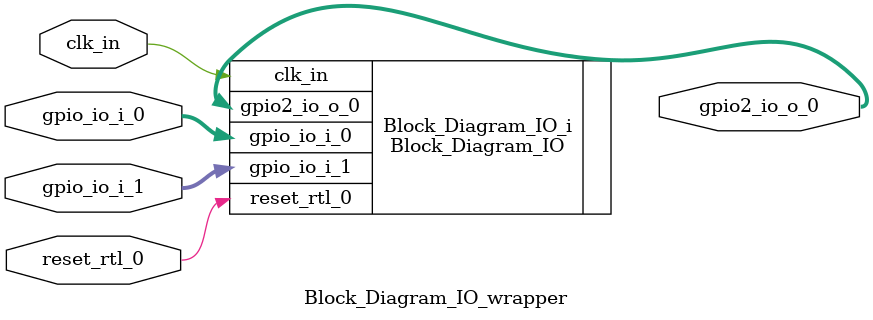
<source format=v>
`timescale 1 ps / 1 ps

module Block_Diagram_IO_wrapper
   (clk_in,
    gpio2_io_o_0,
    gpio_io_i_0,
    gpio_io_i_1,
    reset_rtl_0);
  input clk_in;
  output [3:0]gpio2_io_o_0;
  input [3:0]gpio_io_i_0;
  input [1:0]gpio_io_i_1;
  input reset_rtl_0;

  wire clk_in;
  wire [3:0]gpio2_io_o_0;
  wire [3:0]gpio_io_i_0;
  wire [1:0]gpio_io_i_1;
  wire reset_rtl_0;

  Block_Diagram_IO Block_Diagram_IO_i
       (.clk_in(clk_in),
        .gpio2_io_o_0(gpio2_io_o_0),
        .gpio_io_i_0(gpio_io_i_0),
        .gpio_io_i_1(gpio_io_i_1),
        .reset_rtl_0(reset_rtl_0));
endmodule

</source>
